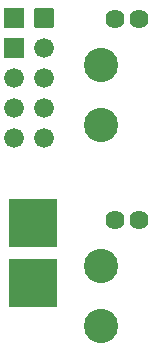
<source format=gts>
G04 Layer: TopSolderMaskLayer*
G04 EasyEDA v6.5.39, 2024-01-09 17:58:11*
G04 1731ee7187ce4ff3998c1f3127dcefb7,7c1e8d740ba24e6f83eb2d53d3341807,10*
G04 Gerber Generator version 0.2*
G04 Scale: 100 percent, Rotated: No, Reflected: No *
G04 Dimensions in millimeters *
G04 leading zeros omitted , absolute positions ,4 integer and 5 decimal *
%FSLAX45Y45*%
%MOMM*%

%AMMACRO1*1,1,$1,$2,$3*1,1,$1,$4,$5*1,1,$1,0-$2,0-$3*1,1,$1,0-$4,0-$5*20,1,$1,$2,$3,$4,$5,0*20,1,$1,$4,$5,0-$2,0-$3,0*20,1,$1,0-$2,0-$3,0-$4,0-$5,0*20,1,$1,0-$4,0-$5,$2,$3,0*4,1,4,$2,$3,$4,$5,0-$2,0-$3,0-$4,0-$5,$2,$3,0*%
%ADD10C,1.6764*%
%ADD11R,1.6764X1.6764*%
%ADD12MACRO1,0.1016X0.7874X0.7874X0.7874X-0.7874*%
%ADD13MACRO1,0.1016X2X2X2X-2*%
%ADD14C,2.9000*%
%ADD15C,1.6240*%

%LPD*%
D10*
G01*
X1765300Y292100D03*
G01*
X2019300Y292100D03*
G01*
X1765297Y546097D03*
G01*
X1765297Y800097D03*
D11*
G01*
X1765297Y1054097D03*
G01*
X1765297Y1308097D03*
D12*
G01*
X2019300Y1308100D03*
D10*
G01*
X2019300Y1054100D03*
G01*
X2019300Y800100D03*
G01*
X2019300Y546100D03*
D13*
G01*
X1930400Y-939800D03*
G01*
X1930400Y-431800D03*
D14*
G01*
X2505506Y403491D03*
G01*
X2505506Y911491D03*
D15*
G01*
X2628518Y1296504D03*
G01*
X2828518Y1296504D03*
D14*
G01*
X2505506Y-1296504D03*
G01*
X2505506Y-788504D03*
D15*
G01*
X2628518Y-403491D03*
G01*
X2828518Y-403491D03*
M02*

</source>
